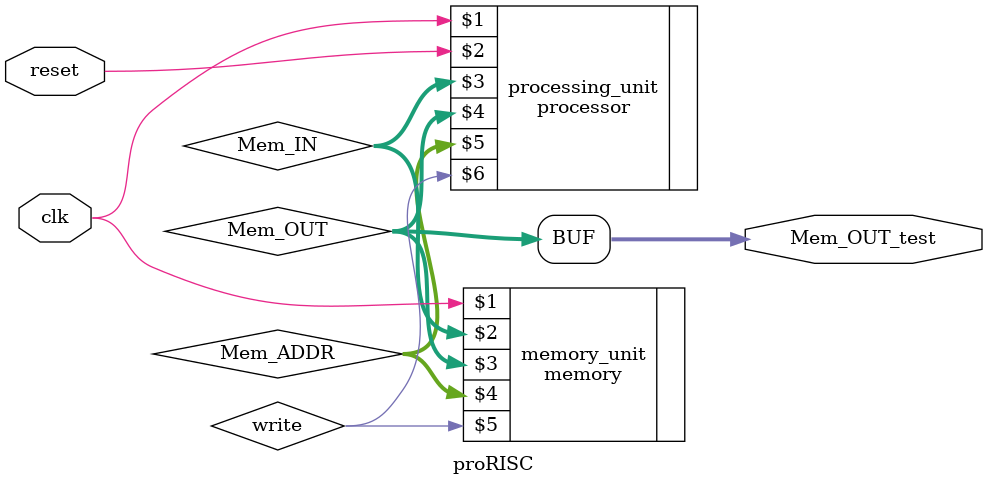
<source format=v>
/*
 *  Copyright (C) 2018  Siddharth J <www.siddharth.pro>
 *
 *  Permission to use, copy, modify, and/or distribute this software for any
 *  purpose with or without fee is hereby granted, provided that the above
 *  copyright notice and this permission notice appear in all copies.
 *
 *  THE SOFTWARE IS PROVIDED "AS IS" AND THE AUTHOR DISCLAIMS ALL WARRANTIES
 *  WITH REGARD TO THIS SOFTWARE INCLUDING ALL IMPLIED WARRANTIES OF
 *  MERCHANTABILITY AND FITNESS. IN NO EVENT SHALL THE AUTHOR BE LIABLE FOR
 *  ANY SPECIAL, DIRECT, INDIRECT, OR CONSEQUENTIAL DAMAGES OR ANY DAMAGES
 *  WHATSOEVER RESULTING FROM LOSS OF USE, DATA OR PROFITS, WHETHER IN AN
 *  ACTION OF CONTRACT, NEGLIGENCE OR OTHER TORTIOUS ACTION, ARISING OUT OF
 *  OR IN CONNECTION WITH THE USE OR PERFORMANCE OF THIS SOFTWARE.
 *
 */
`include "defines.v"

module proRISC (clk,reset,Mem_OUT_test);
  
  input clk;
  input reset;
  output [7:0] Mem_OUT_test;
  wire [7:0] Mem_IN; 
  wire [7:0] Mem_OUT; 
  wire [7:0] Mem_ADDR;
  wire write;
  
  processor processing_unit(clk,reset,Mem_IN,Mem_OUT,Mem_ADDR,write);
  memory memory_unit(clk,Mem_IN,Mem_OUT,Mem_ADDR,write);
  assign Mem_OUT_test=Mem_OUT;
  
endmodule

</source>
